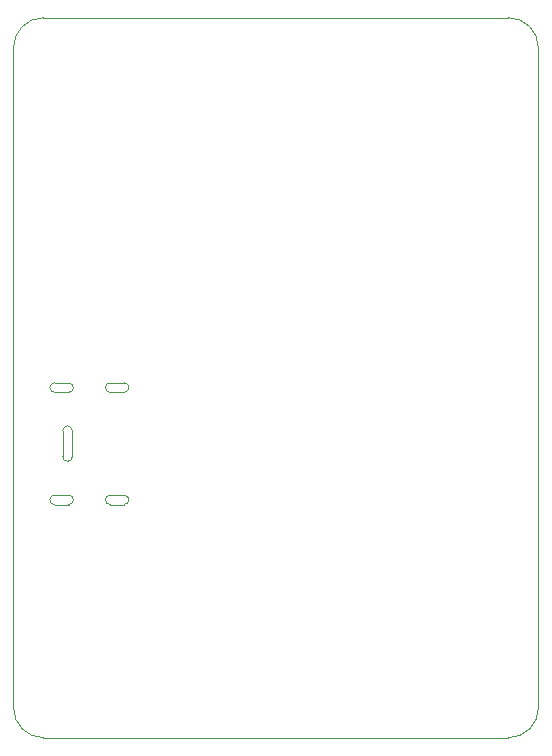
<source format=gm1>
%TF.GenerationSoftware,KiCad,Pcbnew,(5.1.5-0-10_14)*%
%TF.CreationDate,2021-10-12T17:28:20-04:00*%
%TF.ProjectId,piano_aid_pcb,7069616e-6f5f-4616-9964-5f7063622e6b,2*%
%TF.SameCoordinates,Original*%
%TF.FileFunction,Profile,NP*%
%FSLAX46Y46*%
G04 Gerber Fmt 4.6, Leading zero omitted, Abs format (unit mm)*
G04 Created by KiCad (PCBNEW (5.1.5-0-10_14)) date 2021-10-12 17:28:20*
%MOMM*%
%LPD*%
G04 APERTURE LIST*
%TA.AperFunction,Profile*%
%ADD10C,0.050000*%
%TD*%
%TA.AperFunction,Profile*%
%ADD11C,0.001000*%
%TD*%
G04 APERTURE END LIST*
D10*
X123190000Y-134620000D02*
G75*
G02X120650000Y-132080000I0J2540000D01*
G01*
X165100000Y-132080000D02*
G75*
G02X162560000Y-134620000I-2540000J0D01*
G01*
X162560000Y-73660000D02*
G75*
G02X165100000Y-76200000I0J-2540000D01*
G01*
X120650000Y-76200000D02*
G75*
G02X123190000Y-73660000I2540000J0D01*
G01*
X162560000Y-73660000D02*
X123190000Y-73660000D01*
X162560000Y-134620000D02*
X123190000Y-134620000D01*
X120650000Y-76200000D02*
X120650000Y-132080000D01*
X165100000Y-76200000D02*
X165100000Y-132080000D01*
D11*
%TO.C,J1*%
X130030000Y-105378000D02*
X128830000Y-105378000D01*
X128830000Y-104578000D02*
X130030000Y-104578000D01*
X130030000Y-114878000D02*
X128830000Y-114878000D01*
X128830000Y-114078000D02*
X130030000Y-114078000D01*
X125330000Y-105378000D02*
X124130000Y-105378000D01*
X124130000Y-104578000D02*
X125330000Y-104578000D01*
X125630000Y-108628000D02*
X125630000Y-110828000D01*
X124830000Y-110828000D02*
X124830000Y-108628000D01*
X125330000Y-114878000D02*
X124130000Y-114878000D01*
X124130000Y-114078000D02*
X125330000Y-114078000D01*
X124130000Y-114878000D02*
G75*
G02X123730000Y-114478000I0J400000D01*
G01*
X123730000Y-114478000D02*
G75*
G02X124130000Y-114078000I400000J0D01*
G01*
X125330000Y-114078000D02*
G75*
G02X125730000Y-114478000I0J-400000D01*
G01*
X125730000Y-114478000D02*
G75*
G02X125330000Y-114878000I-400000J0D01*
G01*
X125630000Y-110828000D02*
G75*
G02X125230000Y-111228000I-400000J0D01*
G01*
X125230000Y-111228000D02*
G75*
G02X124830000Y-110828000I0J400000D01*
G01*
X124830000Y-108628000D02*
G75*
G02X125230000Y-108228000I400000J0D01*
G01*
X125230000Y-108228000D02*
G75*
G02X125630000Y-108628000I0J-400000D01*
G01*
X124130000Y-105378000D02*
G75*
G02X123730000Y-104978000I0J400000D01*
G01*
X123730000Y-104978000D02*
G75*
G02X124130000Y-104578000I400000J0D01*
G01*
X125330000Y-104578000D02*
G75*
G02X125730000Y-104978000I0J-400000D01*
G01*
X125730000Y-104978000D02*
G75*
G02X125330000Y-105378000I-400000J0D01*
G01*
X128830000Y-114878000D02*
G75*
G02X128430000Y-114478000I0J400000D01*
G01*
X128430000Y-114478000D02*
G75*
G02X128830000Y-114078000I400000J0D01*
G01*
X130030000Y-114078000D02*
G75*
G02X130430000Y-114478000I0J-400000D01*
G01*
X130430000Y-114478000D02*
G75*
G02X130030000Y-114878000I-400000J0D01*
G01*
X128830000Y-105378000D02*
G75*
G02X128430000Y-104978000I0J400000D01*
G01*
X128430000Y-104978000D02*
G75*
G02X128830000Y-104578000I400000J0D01*
G01*
X130030000Y-104578000D02*
G75*
G02X130430000Y-104978000I0J-400000D01*
G01*
X130430000Y-104978000D02*
G75*
G02X130030000Y-105378000I-400000J0D01*
G01*
%TD*%
M02*

</source>
